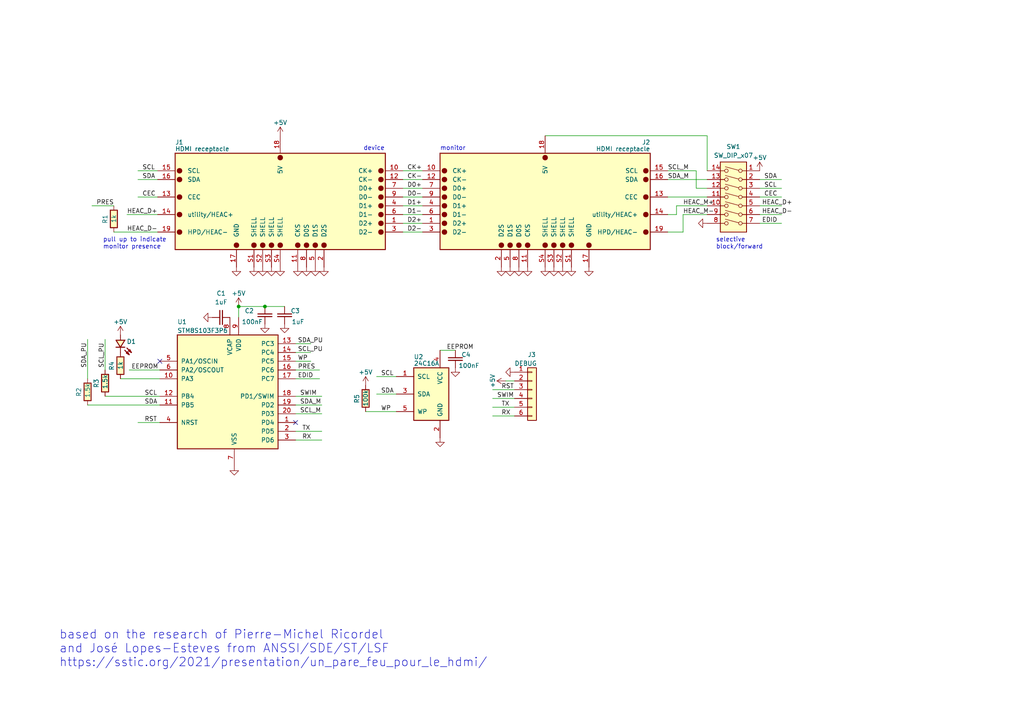
<source format=kicad_sch>
(kicad_sch (version 20211123) (generator eeschema)
  (paper "A4")
  (title_block (title "HDMI firewall") (date "$date$") (rev "$version$.$revision$") (company "CuVoodoo") (comment 1 "King Kévin") (comment 2 "CERN-OHL-S"))
  (lib_symbols
    (symbol "Connector_Generic:Conn_01x06" (pin_names (offset 1.016) hide)
      (property "Reference" "J" (at 0 7.62 0))
      (property "Value" "Conn_01x06" (at 0 -10.16 0))
      (symbol "Conn_01x06_1_1"
        (rectangle (start -1.27 -7.493) (end 0 -7.747) (stroke (width 0.1524)))
        (rectangle (start -1.27 -4.953) (end 0 -5.207) (stroke (width 0.1524)))
        (rectangle (start -1.27 -2.413) (end 0 -2.667) (stroke (width 0.1524)))
        (rectangle (start -1.27 0.127) (end 0 -0.127) (stroke (width 0.1524)))
        (rectangle (start -1.27 2.667) (end 0 2.413) (stroke (width 0.1524)))
        (rectangle (start -1.27 5.207) (end 0 4.953) (stroke (width 0.1524)))
        (rectangle (start -1.27 6.35) (end 1.27 -8.89) (stroke (width 0.254)) (fill (type background)))
        (pin passive line (at -5.08 5.08 0) (length 3.81) (name "Pin_1") (number "1"))
        (pin passive line (at -5.08 2.54 0) (length 3.81) (name "Pin_2") (number "2"))
        (pin passive line (at -5.08 0 0) (length 3.81) (name "Pin_3") (number "3"))
        (pin passive line (at -5.08 -2.54 0) (length 3.81) (name "Pin_4") (number "4"))
        (pin passive line (at -5.08 -5.08 0) (length 3.81) (name "Pin_5") (number "5"))
        (pin passive line (at -5.08 -7.62 0) (length 3.81) (name "Pin_6") (number "6"))
      )
    )
    (symbol "HDMI-001S_1" (pin_names (offset 3.556))
      (property "Reference" "J" (at 0 0.762 0))
      (property "Value" "HDMI-001S_1" (at 43.942 -28.702 0))
      (symbol "HDMI-001S_1_1_1"
        (rectangle (start 0 0) (end 60.96 -27.94) (stroke (width 0.3048)) (fill (type background)))
        (circle (center 1.27 -22.86) (radius 0.635) (stroke (width 0.3048)) (fill (type outline)))
        (circle (center 1.27 -17.78) (radius 0.635) (stroke (width 0.3048)) (fill (type outline)))
        (circle (center 1.27 -12.7) (radius 0.635) (stroke (width 0.3048)) (fill (type outline)))
        (circle (center 1.27 -7.62) (radius 0.635) (stroke (width 0.3048)) (fill (type outline)))
        (circle (center 1.27 -5.08) (radius 0.635) (stroke (width 0.3048)) (fill (type outline)))
        (circle (center 17.78 -26.67) (radius 0.635) (stroke (width 0.3048)) (fill (type outline)))
        (circle (center 22.86 -26.67) (radius 0.635) (stroke (width 0.3048)) (fill (type outline)))
        (circle (center 25.4 -26.67) (radius 0.635) (stroke (width 0.3048)) (fill (type outline)))
        (circle (center 27.94 -26.67) (radius 0.635) (stroke (width 0.3048)) (fill (type outline)))
        (circle (center 30.48 -26.67) (radius 0.635) (stroke (width 0.3048)) (fill (type outline)))
        (circle (center 30.48 -1.27) (radius 0.635) (stroke (width 0.3048)) (fill (type outline)))
        (circle (center 35.56 -26.67) (radius 0.635) (stroke (width 0.3048)) (fill (type outline)))
        (circle (center 38.1 -26.67) (radius 0.635) (stroke (width 0.3048)) (fill (type outline)))
        (circle (center 40.64 -26.67) (radius 0.635) (stroke (width 0.3048)) (fill (type outline)))
        (circle (center 43.18 -26.67) (radius 0.635) (stroke (width 0.3048)) (fill (type outline)))
        (circle (center 59.69 -22.86) (radius 0.635) (stroke (width 0.3048)) (fill (type outline)))
        (circle (center 59.69 -20.32) (radius 0.635) (stroke (width 0.3048)) (fill (type outline)))
        (circle (center 59.69 -17.78) (radius 0.635) (stroke (width 0.3048)) (fill (type outline)))
        (circle (center 59.69 -15.24) (radius 0.635) (stroke (width 0.3048)) (fill (type outline)))
        (circle (center 59.69 -12.7) (radius 0.635) (stroke (width 0.3048)) (fill (type outline)))
        (circle (center 59.69 -10.16) (radius 0.635) (stroke (width 0.3048)) (fill (type outline)))
        (circle (center 59.69 -7.62) (radius 0.635) (stroke (width 0.3048)) (fill (type outline)))
        (circle (center 59.69 -5.08) (radius 0.635) (stroke (width 0.3048)) (fill (type outline)))
        (pin passive line (at 66.04 -20.32 180) (length 5.08) (name "D2+") (number "1"))
        (pin passive line (at 66.04 -5.08 180) (length 5.08) (name "CK+") (number "10"))
        (pin passive line (at 35.56 -33.02 90) (length 5.08) (name "CKS") (number "11"))
        (pin passive line (at 66.04 -7.62 180) (length 5.08) (name "CK-") (number "12"))
        (pin passive line (at -5.08 -12.7 0) (length 5.08) (name "CEC") (number "13"))
        (pin passive line (at -5.08 -17.78 0) (length 5.08) (name "utility/HEAC+") (number "14"))
        (pin passive line (at -5.08 -5.08 0) (length 5.08) (name "SCL") (number "15"))
        (pin passive line (at -5.08 -7.62 0) (length 5.08) (name "SDA") (number "16"))
        (pin power_in line (at 17.78 -33.02 90) (length 5.08) (name "GND") (number "17"))
        (pin power_in line (at 30.48 5.08 270) (length 5.08) (name "5V") (number "18"))
        (pin passive line (at -5.08 -22.86 0) (length 5.08) (name "HPD/HEAC-") (number "19"))
        (pin passive line (at 43.18 -33.02 90) (length 5.08) (name "D2S") (number "2"))
        (pin passive line (at 66.04 -22.86 180) (length 5.08) (name "D2-") (number "3"))
        (pin passive line (at 66.04 -15.24 180) (length 5.08) (name "D1+") (number "4"))
        (pin passive line (at 40.64 -33.02 90) (length 5.08) (name "D1S") (number "5"))
        (pin passive line (at 66.04 -17.78 180) (length 5.08) (name "D1-") (number "6"))
        (pin passive line (at 66.04 -10.16 180) (length 5.08) (name "D0+") (number "7"))
        (pin passive line (at 38.1 -33.02 90) (length 5.08) (name "D0S") (number "8"))
        (pin passive line (at 66.04 -12.7 180) (length 5.08) (name "D0-") (number "9"))
        (pin passive line (at 22.86 -33.02 90) (length 5.08) (name "SHELL") (number "S1"))
        (pin passive line (at 25.4 -33.02 90) (length 5.08) (name "SHELL") (number "S2"))
        (pin passive line (at 27.94 -33.02 90) (length 5.08) (name "SHELL") (number "S3"))
        (pin passive line (at 30.48 -33.02 90) (length 5.08) (name "SHELL") (number "S4"))
      )
    )
    (symbol "Switch:SW_DIP_x07" (pin_names (offset 0) hide)
      (property "Reference" "SW" (at 0 13.97 0))
      (property "Value" "SW_DIP_x07" (at 0 -8.89 0))
      (symbol "SW_DIP_x07_0_0"
        (circle (center -2.032 -5.08) (radius 0.508))
        (circle (center -2.032 -2.54) (radius 0.508))
        (circle (center -2.032 0) (radius 0.508))
        (circle (center -2.032 2.54) (radius 0.508))
        (circle (center -2.032 5.08) (radius 0.508))
        (circle (center -2.032 7.62) (radius 0.508))
        (circle (center -2.032 10.16) (radius 0.508))
        (polyline (pts (xy -1.524 -4.9276) (xy 2.3622 -3.8862)))
        (polyline (pts (xy -1.524 -2.3876) (xy 2.3622 -1.3462)))
        (polyline (pts (xy -1.524 0.127) (xy 2.3622 1.1684)))
        (polyline (pts (xy -1.524 2.667) (xy 2.3622 3.7084)))
        (polyline (pts (xy -1.524 5.207) (xy 2.3622 6.2484)))
        (polyline (pts (xy -1.524 7.747) (xy 2.3622 8.7884)))
        (polyline (pts (xy -1.524 10.287) (xy 2.3622 11.3284)))
        (circle (center 2.032 -5.08) (radius 0.508))
        (circle (center 2.032 -2.54) (radius 0.508))
        (circle (center 2.032 0) (radius 0.508))
        (circle (center 2.032 2.54) (radius 0.508))
        (circle (center 2.032 5.08) (radius 0.508))
        (circle (center 2.032 7.62) (radius 0.508))
        (circle (center 2.032 10.16) (radius 0.508))
      )
      (symbol "SW_DIP_x07_0_1"
        (rectangle (start -3.81 12.7) (end 3.81 -7.62) (stroke (width 0.254)) (fill (type background)))
      )
      (symbol "SW_DIP_x07_1_1"
        (pin passive line (at -7.62 10.16 0) (length 5.08) (name "~") (number "1"))
        (pin passive line (at 7.62 0 180) (length 5.08) (name "~") (number "10"))
        (pin passive line (at 7.62 2.54 180) (length 5.08) (name "~") (number "11"))
        (pin passive line (at 7.62 5.08 180) (length 5.08) (name "~") (number "12"))
        (pin passive line (at 7.62 7.62 180) (length 5.08) (name "~") (number "13"))
        (pin passive line (at 7.62 10.16 180) (length 5.08) (name "~") (number "14"))
        (pin passive line (at -7.62 7.62 0) (length 5.08) (name "~") (number "2"))
        (pin passive line (at -7.62 5.08 0) (length 5.08) (name "~") (number "3"))
        (pin passive line (at -7.62 2.54 0) (length 5.08) (name "~") (number "4"))
        (pin passive line (at -7.62 0 0) (length 5.08) (name "~") (number "5"))
        (pin passive line (at -7.62 -2.54 0) (length 5.08) (name "~") (number "6"))
        (pin passive line (at -7.62 -5.08 0) (length 5.08) (name "~") (number "7"))
        (pin passive line (at 7.62 -5.08 180) (length 5.08) (name "~") (number "8"))
        (pin passive line (at 7.62 -2.54 180) (length 5.08) (name "~") (number "9"))
      )
    )
    (symbol "power:+5V" (power) (pin_names (offset 0))
      (property "Value" "+5V" (at 0 3.556 0))
      (symbol "+5V_0_1"
        (polyline (pts (xy -0.762 1.27) (xy 0 2.54)))
        (polyline (pts (xy 0 0) (xy 0 2.54)))
        (polyline (pts (xy 0 2.54) (xy 0.762 1.27)))
      )
      (symbol "+5V_1_1"
        (pin power_in line (at 0 0 90) (length 0) hide (name "+5V") (number "1"))
      )
    )
    (symbol "power:GND" (power) (pin_names (offset 0))
      (property "Value" "GND" (at 0 -3.81 0))
      (symbol "GND_0_1"
        (polyline (pts (xy 0 0) (xy 0 -1.27) (xy 1.27 -1.27) (xy 0 -2.54) (xy -1.27 -1.27) (xy 0 -1.27)))
      )
      (symbol "GND_1_1"
        (pin power_in line (at 0 0 270) (length 0) hide (name "GND") (number "1"))
      )
    )
    (symbol "qeda:C0603" (pin_numbers hide) (pin_names (offset 1.016) hide)
      (property "Reference" "C" (at 0 2.794 0))
      (property "Value" "C0603" (at 0 -2.794 0))
      (symbol "C0603_1_1"
        (polyline (pts (xy -0.381 2.032) (xy -0.381 -2.032)) (stroke (width 0.3048)))
        (polyline (pts (xy 0.381 2.032) (xy 0.381 -2.032)) (stroke (width 0.3048)))
        (pin passive line (at -2.54 0 0) (length 2.159) (name "L") (number "1"))
        (pin passive line (at 2.54 0 180) (length 2.159) (name "R") (number "2"))
      )
    )
    (symbol "qeda:FT24C16A-EL" (pin_names (offset 1.016))
      (property "Reference" "U" (at 0 0.762 0))
      (property "Value" "FT24C16A-EL" (at 8.382 -16.002 0))
      (symbol "FT24C16A-EL_1_1"
        (rectangle (start 0 0) (end 10.16 -15.24) (stroke (width 0.3048)) (fill (type background)))
        (pin unspecified line (at -5.08 -2.54 0) (length 5.08) (name "SCL") (number "1"))
        (pin power_in line (at 7.62 -20.32 90) (length 5.08) (name "GND") (number "2"))
        (pin bidirectional line (at -5.08 -7.62 0) (length 5.08) (name "SDA") (number "3"))
        (pin power_in line (at 7.62 5.08 270) (length 5.08) (name "VCC") (number "4"))
        (pin unspecified line (at -5.08 -12.7 0) (length 5.08) (name "WP") (number "5"))
      )
    )
    (symbol "qeda:HDMI-001S" (pin_names (offset 3.556))
      (property "Reference" "J" (at 0 0.762 0))
      (property "Value" "HDMI-001S" (at 43.942 -28.702 0))
      (symbol "HDMI-001S_1_1"
        (rectangle (start 0 0) (end 60.96 -27.94) (stroke (width 0.3048)) (fill (type background)))
        (circle (center 1.27 -22.86) (radius 0.635) (stroke (width 0.3048)) (fill (type outline)))
        (circle (center 1.27 -17.78) (radius 0.635) (stroke (width 0.3048)) (fill (type outline)))
        (circle (center 1.27 -12.7) (radius 0.635) (stroke (width 0.3048)) (fill (type outline)))
        (circle (center 1.27 -7.62) (radius 0.635) (stroke (width 0.3048)) (fill (type outline)))
        (circle (center 1.27 -5.08) (radius 0.635) (stroke (width 0.3048)) (fill (type outline)))
        (circle (center 17.78 -26.67) (radius 0.635) (stroke (width 0.3048)) (fill (type outline)))
        (circle (center 22.86 -26.67) (radius 0.635) (stroke (width 0.3048)) (fill (type outline)))
        (circle (center 25.4 -26.67) (radius 0.635) (stroke (width 0.3048)) (fill (type outline)))
        (circle (center 27.94 -26.67) (radius 0.635) (stroke (width 0.3048)) (fill (type outline)))
        (circle (center 30.48 -26.67) (radius 0.635) (stroke (width 0.3048)) (fill (type outline)))
        (circle (center 30.48 -1.27) (radius 0.635) (stroke (width 0.3048)) (fill (type outline)))
        (circle (center 35.56 -26.67) (radius 0.635) (stroke (width 0.3048)) (fill (type outline)))
        (circle (center 38.1 -26.67) (radius 0.635) (stroke (width 0.3048)) (fill (type outline)))
        (circle (center 40.64 -26.67) (radius 0.635) (stroke (width 0.3048)) (fill (type outline)))
        (circle (center 43.18 -26.67) (radius 0.635) (stroke (width 0.3048)) (fill (type outline)))
        (circle (center 59.69 -22.86) (radius 0.635) (stroke (width 0.3048)) (fill (type outline)))
        (circle (center 59.69 -20.32) (radius 0.635) (stroke (width 0.3048)) (fill (type outline)))
        (circle (center 59.69 -17.78) (radius 0.635) (stroke (width 0.3048)) (fill (type outline)))
        (circle (center 59.69 -15.24) (radius 0.635) (stroke (width 0.3048)) (fill (type outline)))
        (circle (center 59.69 -12.7) (radius 0.635) (stroke (width 0.3048)) (fill (type outline)))
        (circle (center 59.69 -10.16) (radius 0.635) (stroke (width 0.3048)) (fill (type outline)))
        (circle (center 59.69 -7.62) (radius 0.635) (stroke (width 0.3048)) (fill (type outline)))
        (circle (center 59.69 -5.08) (radius 0.635) (stroke (width 0.3048)) (fill (type outline)))
        (pin passive line (at 66.04 -20.32 180) (length 5.08) (name "D2+") (number "1"))
        (pin passive line (at 66.04 -5.08 180) (length 5.08) (name "CK+") (number "10"))
        (pin passive line (at 35.56 -33.02 90) (length 5.08) (name "CKS") (number "11"))
        (pin passive line (at 66.04 -7.62 180) (length 5.08) (name "CK-") (number "12"))
        (pin passive line (at -5.08 -12.7 0) (length 5.08) (name "CEC") (number "13"))
        (pin passive line (at -5.08 -17.78 0) (length 5.08) (name "utility/HEAC+") (number "14"))
        (pin passive line (at -5.08 -5.08 0) (length 5.08) (name "SCL") (number "15"))
        (pin passive line (at -5.08 -7.62 0) (length 5.08) (name "SDA") (number "16"))
        (pin power_in line (at 17.78 -33.02 90) (length 5.08) (name "GND") (number "17"))
        (pin power_in line (at 30.48 5.08 270) (length 5.08) (name "5V") (number "18"))
        (pin passive line (at -5.08 -22.86 0) (length 5.08) (name "HPD/HEAC-") (number "19"))
        (pin passive line (at 43.18 -33.02 90) (length 5.08) (name "D2S") (number "2"))
        (pin passive line (at 66.04 -22.86 180) (length 5.08) (name "D2-") (number "3"))
        (pin passive line (at 66.04 -15.24 180) (length 5.08) (name "D1+") (number "4"))
        (pin passive line (at 40.64 -33.02 90) (length 5.08) (name "D1S") (number "5"))
        (pin passive line (at 66.04 -17.78 180) (length 5.08) (name "D1-") (number "6"))
        (pin passive line (at 66.04 -10.16 180) (length 5.08) (name "D0+") (number "7"))
        (pin passive line (at 38.1 -33.02 90) (length 5.08) (name "D0S") (number "8"))
        (pin passive line (at 66.04 -12.7 180) (length 5.08) (name "D0-") (number "9"))
        (pin passive line (at 22.86 -33.02 90) (length 5.08) (name "SHELL") (number "S1"))
        (pin passive line (at 25.4 -33.02 90) (length 5.08) (name "SHELL") (number "S2"))
        (pin passive line (at 27.94 -33.02 90) (length 5.08) (name "SHELL") (number "S3"))
        (pin passive line (at 30.48 -33.02 90) (length 5.08) (name "SHELL") (number "S4"))
      )
    )
    (symbol "qeda:LED0805" (pin_numbers hide) (pin_names (offset 1.016) hide)
      (property "Reference" "D" (at 0 2.032 0))
      (property "Value" "LED0805" (at 0 -2.032 0))
      (symbol "LED0805_1_1"
        (polyline (pts (xy 1.016 1.27) (xy 1.016 -1.27)) (stroke (width 0.3048)))
        (polyline (pts (xy 1.27 1.905) (xy 2.54 3.175)) (stroke (width 0.3048)))
        (polyline (pts (xy 1.905 1.27) (xy 3.175 2.54)) (stroke (width 0.3048)))
        (polyline (pts (xy -1.016 1.27) (xy 1.016 0) (xy -1.016 -1.27) (xy -1.016 1.27)) (stroke (width 0.3048)) (fill (type background)))
        (polyline (pts (xy 1.7272 2.7178) (xy 2.54 3.175) (xy 2.0828 2.3622) (xy 1.7272 2.7178)) (stroke (width 0.3048)) (fill (type outline)))
        (polyline (pts (xy 2.3622 2.0828) (xy 3.175 2.54) (xy 2.7178 1.7272) (xy 2.3622 2.0828)) (stroke (width 0.3048)) (fill (type outline)))
        (pin passive line (at 2.54 0 180) (length 1.524) (name "C") (number "1"))
        (pin passive line (at -2.54 0 0) (length 1.524) (name "A") (number "2"))
      )
    )
    (symbol "qeda:R0603" (pin_numbers hide) (pin_names (offset 1.016) hide)
      (property "Reference" "R" (at 0 1.778 0))
      (property "Value" "R0603" (at 0 -1.778 0))
      (symbol "R0603_1_1"
        (rectangle (start -2.54 1.016) (end 2.54 -1.016) (stroke (width 0.3048)) (fill (type background)))
        (pin passive line (at -3.81 0 0) (length 1.27) (name "L") (number "1"))
        (pin passive line (at 3.81 0 180) (length 1.27) (name "R") (number "2"))
      )
    )
    (symbol "qeda:STM8S003F3" (pin_names (offset 1.016))
      (property "Reference" "U" (at 0 0.762 0))
      (property "Value" "STM8S003F3" (at 17.272 -33.782 0))
      (symbol "STM8S003F3_1_1"
        (rectangle (start 0 0) (end 29.21 -33.02) (stroke (width 0.3048)) (fill (type background)))
        (pin bidirectional line (at 34.29 -25.4 180) (length 5.08) (name "PD4") (number "1"))
        (pin bidirectional line (at -5.08 -12.7 0) (length 5.08) (name "PA3") (number "10"))
        (pin bidirectional line (at -5.08 -20.32 0) (length 5.08) (name "PB5") (number "11"))
        (pin bidirectional line (at -5.08 -17.78 0) (length 5.08) (name "PB4") (number "12"))
        (pin bidirectional line (at 34.29 -2.54 180) (length 5.08) (name "PC3") (number "13"))
        (pin bidirectional line (at 34.29 -5.08 180) (length 5.08) (name "PC4") (number "14"))
        (pin bidirectional line (at 34.29 -7.62 180) (length 5.08) (name "PC5") (number "15"))
        (pin bidirectional line (at 34.29 -10.16 180) (length 5.08) (name "PC6") (number "16"))
        (pin bidirectional line (at 34.29 -12.7 180) (length 5.08) (name "PC7") (number "17"))
        (pin bidirectional line (at 34.29 -17.78 180) (length 5.08) (name "PD1/SWIM") (number "18"))
        (pin bidirectional line (at 34.29 -20.32 180) (length 5.08) (name "PD2") (number "19"))
        (pin bidirectional line (at 34.29 -27.94 180) (length 5.08) (name "PD5") (number "2"))
        (pin bidirectional line (at 34.29 -22.86 180) (length 5.08) (name "PD3") (number "20"))
        (pin bidirectional line (at 34.29 -30.48 180) (length 5.08) (name "PD6") (number "3"))
        (pin input line (at -5.08 -25.4 0) (length 5.08) (name "NRST") (number "4"))
        (pin bidirectional line (at -5.08 -7.62 0) (length 5.08) (name "PA1/OSCIN") (number "5"))
        (pin bidirectional line (at -5.08 -10.16 0) (length 5.08) (name "PA2/OSCOUT") (number "6"))
        (pin power_in line (at 16.51 -38.1 90) (length 5.08) (name "VSS") (number "7"))
        (pin power_in line (at 15.24 5.08 270) (length 5.08) (name "VCAP") (number "8"))
        (pin power_in line (at 17.78 5.08 270) (length 5.08) (name "VDD") (number "9"))
      )
    )
  )
  (junction (at 69.215 88.9))
  (junction (at 76.835 88.9))
  (no_connect (at 46.355 104.775))
  (no_connect (at 85.725 122.555))
  (wire (pts (xy 85.725 114.935) (xy 93.345 114.935)))
  (wire (pts (xy 116.84 52.07) (xy 122.555 52.07)))
  (wire (pts (xy 40.005 57.15) (xy 45.72 57.15)))
  (wire (pts (xy 116.84 67.31) (xy 122.555 67.31)))
  (wire (pts (xy 40.005 52.07) (xy 45.72 52.07)))
  (wire (pts (xy 193.675 52.07) (xy 205.105 52.07)))
  (wire (pts (xy 198.12 67.31) (xy 198.12 62.23)))
  (wire (pts (xy 85.725 127.635) (xy 93.345 127.635)))
  (wire (pts (xy 85.725 107.315) (xy 92.71 107.315)))
  (wire (pts (xy 198.12 62.23) (xy 205.105 62.23)))
  (wire (pts (xy 30.48 98.425) (xy 30.48 107.315)))
  (wire (pts (xy 220.345 64.77) (xy 226.695 64.77)))
  (wire (pts (xy 30.48 114.935) (xy 46.355 114.935)))
  (wire (pts (xy 205.105 39.37) (xy 205.105 49.53)))
  (wire (pts (xy 220.345 52.07) (xy 226.695 52.07)))
  (wire (pts (xy 220.345 62.23) (xy 226.695 62.23)))
  (wire (pts (xy 85.725 109.855) (xy 92.71 109.855)))
  (wire (pts (xy 25.4 98.425) (xy 25.4 109.855)))
  (wire (pts (xy 146.685 110.49) (xy 149.225 110.49)))
  (wire (pts (xy 116.84 64.77) (xy 122.555 64.77)))
  (wire (pts (xy 85.725 99.695) (xy 90.17 99.695)))
  (wire (pts (xy 106.045 119.38) (xy 114.935 119.38)))
  (wire (pts (xy 196.215 59.69) (xy 205.105 59.69)))
  (wire (pts (xy 76.835 88.9) (xy 82.55 88.9)))
  (wire (pts (xy 142.875 120.65) (xy 149.225 120.65)))
  (wire (pts (xy 109.22 109.22) (xy 114.935 109.22)))
  (wire (pts (xy 142.875 115.57) (xy 149.225 115.57)))
  (wire (pts (xy 85.725 104.775) (xy 90.17 104.775)))
  (wire (pts (xy 40.005 122.555) (xy 46.355 122.555)))
  (wire (pts (xy 116.84 62.23) (xy 122.555 62.23)))
  (wire (pts (xy 109.22 114.3) (xy 114.935 114.3)))
  (wire (pts (xy 25.4 117.475) (xy 46.355 117.475)))
  (wire (pts (xy 85.725 120.015) (xy 93.345 120.015)))
  (wire (pts (xy 34.925 109.855) (xy 46.355 109.855)))
  (wire (pts (xy 69.215 88.9) (xy 76.835 88.9)))
  (wire (pts (xy 142.875 118.11) (xy 149.225 118.11)))
  (wire (pts (xy 127.635 101.6) (xy 132.08 101.6)))
  (wire (pts (xy 116.84 49.53) (xy 122.555 49.53)))
  (wire (pts (xy 40.005 49.53) (xy 45.72 49.53)))
  (wire (pts (xy 193.675 49.53) (xy 201.93 49.53)))
  (wire (pts (xy 220.345 57.15) (xy 226.695 57.15)))
  (wire (pts (xy 116.84 54.61) (xy 122.555 54.61)))
  (wire (pts (xy 158.115 39.37) (xy 205.105 39.37)))
  (wire (pts (xy 26.67 59.69) (xy 33.02 59.69)))
  (wire (pts (xy 193.675 67.31) (xy 198.12 67.31)))
  (wire (pts (xy 193.675 57.15) (xy 205.105 57.15)))
  (wire (pts (xy 116.84 57.15) (xy 122.555 57.15)))
  (wire (pts (xy 201.93 54.61) (xy 205.105 54.61)))
  (wire (pts (xy 37.465 107.315) (xy 46.355 107.315)))
  (wire (pts (xy 36.83 62.23) (xy 45.72 62.23)))
  (wire (pts (xy 85.725 117.475) (xy 93.345 117.475)))
  (wire (pts (xy 69.215 92.075) (xy 69.215 88.9)))
  (wire (pts (xy 116.84 59.69) (xy 122.555 59.69)))
  (wire (pts (xy 142.875 113.03) (xy 149.225 113.03)))
  (wire (pts (xy 85.725 125.095) (xy 93.345 125.095)))
  (wire (pts (xy 33.02 67.31) (xy 45.72 67.31)))
  (wire (pts (xy 196.215 62.23) (xy 193.675 62.23)))
  (wire (pts (xy 220.345 59.69) (xy 226.695 59.69)))
  (wire (pts (xy 220.345 54.61) (xy 226.695 54.61)))
  (wire (pts (xy 85.725 102.235) (xy 90.17 102.235)))
  (wire (pts (xy 201.93 49.53) (xy 201.93 54.61)))
  (wire (pts (xy 196.215 59.69) (xy 196.215 62.23)))
  (text "pull up to indicate\nmonitor presence" (at 29.845 72.39 0) (effects (font (size 1.27 1.27)) (justify left bottom)))
  (text "monitor" (at 127.635 43.815 0) (effects (font (size 1.27 1.27)) (justify left bottom)))
  (text "selective\nblock/forward" (at 207.645 72.39 0) (effects (font (size 1.27 1.27)) (justify left bottom)))
  (text "device" (at 105.41 43.815 0) (effects (font (size 1.27 1.27)) (justify left bottom)))
  (text "based on the research of Pierre-Michel Ricordel\nand José Lopes-Esteves from ANSSI/SDE/ST/LSF\nhttps://sstic.org/2021/presentation/un_pare_feu_pour_le_hdmi/" (at 17.145 193.675 0) (effects (font (size 2.5 2.5)) (justify left bottom)))
  (label "SCL_M" (at 86.995 120.015 0))
  (label "CK-" (at 118.11 52.07 0))
  (label "SCL" (at 41.275 49.53 0))
  (label "SCL_PU" (at 86.36 102.235 0))
  (label "RX" (at 145.415 120.65 0))
  (label "D2+" (at 118.11 64.77 0))
  (label "SWIM" (at 86.995 114.935 0))
  (label "CEC" (at 221.615 57.15 0))
  (label "SCL_M" (at 193.675 49.53 0))
  (label "HEAC_D-" (at 36.83 67.31 0))
  (label "SDA" (at 41.91 117.475 0))
  (label "SDA" (at 221.615 52.07 0))
  (label "SWIM" (at 144.145 115.57 0))
  (label "CEC" (at 41.275 57.15 0))
  (label "PRES" (at 27.94 59.69 0))
  (label "RX" (at 87.63 127.635 0))
  (label "WP" (at 86.36 104.775 0))
  (label "HEAC_D+" (at 36.83 62.23 0))
  (label "EEPROM" (at 129.54 101.6 0))
  (label "SDA_PU" (at 86.36 99.695 0))
  (label "SDA" (at 110.49 114.3 0))
  (label "PRES" (at 86.36 107.315 0))
  (label "RST" (at 41.91 122.555 0))
  (label "RST" (at 145.415 113.03 0))
  (label "SCL" (at 110.49 109.22 0))
  (label "EEPROM" (at 38.1 107.315 0))
  (label "D1-" (at 118.11 62.23 0))
  (label "HEAC_M+" (at 198.12 59.69 0))
  (label "D2-" (at 118.11 67.31 0))
  (label "SDA_M" (at 193.675 52.07 0))
  (label "D1+" (at 118.11 59.69 0))
  (label "SDA" (at 41.275 52.07 0))
  (label "SDA_M" (at 86.995 117.475 0))
  (label "CK+" (at 118.11 49.53 0))
  (label "D0-" (at 118.11 57.15 0))
  (label "SDA_PU" (at 25.4 106.68 90))
  (label "EDID" (at 86.36 109.855 0))
  (label "TX" (at 145.415 118.11 0))
  (label "SCL_PU" (at 30.48 106.68 90))
  (label "SCL" (at 41.91 114.935 0))
  (label "D0+" (at 118.11 54.61 0))
  (label "TX" (at 87.63 125.095 0))
  (label "HEAC_D+" (at 220.98 59.69 0))
  (label "HEAC_M-" (at 198.12 62.23 0))
  (label "HEAC_D-" (at 220.98 62.23 0))
  (label "EDID" (at 220.98 64.77 0))
  (label "WP" (at 110.49 119.38 0))
  (label "SCL" (at 221.615 54.61 0))
  (symbol (lib_id "power:GND") (at 67.945 135.255 0) (unit 1)
    (property "Reference" "#PWR0121" (effects hide))
    (property "Value" "GND" (effects hide))
  )
  (symbol (lib_id "power:GND") (at 150.495 77.47 0) (unit 1)
    (property "Reference" "#PWR0112" (effects hide))
    (property "Value" "GND" (effects hide))
  )
  (symbol (lib_id "power:GND") (at 76.835 93.98 0) (unit 1)
    (property "Reference" "#PWR0120" (effects hide))
    (property "Value" "GND" (effects hide))
  )
  (symbol (lib_id "power:GND") (at 149.225 107.95 270) (unit 1)
    (property "Reference" "#PWR0109" (effects hide))
    (property "Value" "GND" (effects hide))
  )
  (symbol (lib_id "power:+5V") (at 106.045 111.76 0) (unit 1)
    (property "Reference" "#PWR0117" (effects hide))
    (property "Value" "+5V" (at 106.045 107.95 0))
  )
  (symbol (lib_id "qeda:R0603") (at 30.48 111.125 90) (unit 1)
    (property "Reference" "R3" (at 27.94 109.855 0) (effects (justify right)))
    (property "Value" "1.5k" (at 30.48 108.585 0) (effects (justify right)))
    (property "Footprint" "qeda:UC1608X55N" (effects hide))
    (property "LCSC" "C22843" (effects hide))
  )
  (symbol (lib_id "qeda:C0603") (at 82.55 91.44 270) (mirror x) (unit 1)
    (property "Reference" "C3" (at 86.995 90.17 90) (effects (justify right)))
    (property "Value" "1uF" (at 88.265 93.345 90) (effects (justify right)))
    (property "Footprint" "qeda:CAPC1608X92N" (effects hide))
    (property "LCSC" "C15849" (effects hide))
  )
  (symbol (lib_id "power:+5V") (at 146.685 110.49 90) (unit 1)
    (property "Reference" "#PWR0108" (effects hide))
    (property "Value" "+5V" (at 142.875 110.49 0))
  )
  (symbol (lib_id "qeda:LED0805") (at 34.925 99.695 270) (unit 1)
    (property "Reference" "D1" (at 38.1 99.06 90))
    (property "Value" "LED0805" (effects hide))
    (property "Footprint" "qeda:LEDC2012X80N" (effects hide))
    (property "LCSC" "C84256" (effects hide))
  )
  (symbol (lib_id "power:GND") (at 163.195 77.47 0) (unit 1)
    (property "Reference" "#PWR0114" (effects hide))
    (property "Value" "GND" (effects hide))
  )
  (symbol (lib_id "power:GND") (at 93.98 77.47 0) (unit 1)
    (property "Reference" "#PWR0116" (effects hide))
    (property "Value" "GND" (effects hide))
  )
  (symbol (lib_name "HDMI-001S_1") (lib_id "qeda:HDMI-001S") (at 50.8 44.45 0) (unit 1)
    (property "Reference" "J1" (at 50.8 41.275 0) (effects (justify left)))
    (property "Value" "HDMI receptacle" (at 50.8 43.18 0) (effects (justify left)))
    (property "Footprint" "qeda:CONNECTOR_HDMI-001S" (effects hide))
    (property "Datasheet" "https://datasheet.lcsc.com/lcsc/2008152133_XUNPU-HDMI-001S_C720616.pdf" (effects hide))
    (property "LCSC" "C720616" (effects hide))
  )
  (symbol (lib_id "power:GND") (at 165.735 77.47 0) (unit 1)
    (property "Reference" "#PWR0115" (effects hide))
    (property "Value" "GND" (effects hide))
  )
  (symbol (lib_id "qeda:C0603") (at 64.135 92.075 0) (unit 1)
    (property "Reference" "C1" (at 64.135 85.09 0))
    (property "Value" "1uF" (at 64.135 87.63 0))
    (property "Footprint" "qeda:CAPC1608X92N" (effects hide))
    (property "LCSC" "C15849" (effects hide))
  )
  (symbol (lib_id "power:GND") (at 127.635 127 0) (unit 1)
    (property "Reference" "#PWR0118" (effects hide))
    (property "Value" "GND" (effects hide))
  )
  (symbol (lib_id "power:GND") (at 61.595 92.075 270) (unit 1)
    (property "Reference" "#PWR0130" (effects hide))
    (property "Value" "GND" (effects hide))
  )
  (symbol (lib_id "power:GND") (at 88.9 77.47 0) (unit 1)
    (property "Reference" "#PWR0128" (effects hide))
    (property "Value" "GND" (effects hide))
  )
  (symbol (lib_id "power:GND") (at 76.2 77.47 0) (unit 1)
    (property "Reference" "#PWR0123" (effects hide))
    (property "Value" "GND" (effects hide))
  )
  (symbol (lib_id "power:GND") (at 170.815 77.47 0) (unit 1)
    (property "Reference" "#PWR0102" (effects hide))
    (property "Value" "GND" (effects hide))
  )
  (symbol (lib_id "power:GND") (at 68.58 77.47 0) (unit 1)
    (property "Reference" "#PWR0125" (effects hide))
    (property "Value" "GND" (effects hide))
  )
  (symbol (lib_id "power:GND") (at 158.115 77.47 0) (unit 1)
    (property "Reference" "#PWR0104" (effects hide))
    (property "Value" "GND" (effects hide))
  )
  (symbol (lib_id "power:GND") (at 160.655 77.47 0) (unit 1)
    (property "Reference" "#PWR0103" (effects hide))
    (property "Value" "GND" (effects hide))
  )
  (symbol (lib_id "qeda:HDMI-001S") (at 188.595 44.45 0) (mirror y) (unit 1)
    (property "Reference" "J2" (at 188.595 41.275 0) (effects (justify left)))
    (property "Value" "HDMI receptacle" (at 188.595 43.18 0) (effects (justify left)))
    (property "Footprint" "qeda:CONNECTOR_HDMI-001S" (effects hide))
    (property "Datasheet" "https://datasheet.lcsc.com/lcsc/2008152133_XUNPU-HDMI-001S_C720616.pdf" (effects hide))
    (property "LCSC" "C720616" (effects hide))
  )
  (symbol (lib_id "qeda:FT24C16A-EL") (at 120.015 106.68 0) (unit 1)
    (property "Reference" "U2" (at 120.015 103.505 0) (effects (justify left)))
    (property "Value" "24C16A" (at 120.015 105.41 0) (effects (justify left)))
    (property "Footprint" "qeda:SOT95P280X125-5N" (effects hide))
    (property "Datasheet" "http://fremontmicro.com/downfile.aspx?filepath=/upload/2019/0715/1102v2x666.pdf&filename=ft24c16a-exx-rev1.4.pdf" (effects hide))
    (property "LCSC" "C191945" (effects hide))
  )
  (symbol (lib_id "qeda:STM8S003F3") (at 51.435 97.155 0) (unit 1)
    (property "Reference" "U1" (at 51.435 93.345 0) (effects (justify left)))
    (property "Value" "STM8S103F3P6" (at 51.435 95.885 0) (effects (justify left)))
    (property "Footprint" "qeda:SOP65P640X120-20N" (effects hide))
    (property "Datasheet" "https://www.st.com/resource/en/datasheet/stm8s003f3.pdf" (effects hide))
    (property "LCSC" "C52717" (effects hide))
  )
  (symbol (lib_id "qeda:R0603") (at 33.02 63.5 90) (unit 1)
    (property "Reference" "R1" (at 30.48 62.23 0) (effects (justify right)))
    (property "Value" "1k" (at 33.02 62.23 0) (effects (justify right)))
    (property "Footprint" "qeda:UC1608X55N" (effects hide))
    (property "LCSC" "C21190" (effects hide))
  )
  (symbol (lib_id "power:GND") (at 153.035 77.47 0) (unit 1)
    (property "Reference" "#PWR0111" (effects hide))
    (property "Value" "GND" (effects hide))
  )
  (symbol (lib_id "power:GND") (at 147.955 77.47 0) (unit 1)
    (property "Reference" "#PWR0113" (effects hide))
    (property "Value" "GND" (effects hide))
  )
  (symbol (lib_id "power:GND") (at 91.44 77.47 0) (unit 1)
    (property "Reference" "#PWR0127" (effects hide))
    (property "Value" "GND" (effects hide))
  )
  (symbol (lib_id "qeda:R0603") (at 106.045 115.57 90) (unit 1)
    (property "Reference" "R5" (at 103.505 114.3 0) (effects (justify right)))
    (property "Value" "100k" (at 106.045 113.03 0) (effects (justify right)))
    (property "Footprint" "qeda:UC1608X55N" (effects hide))
    (property "LCSC" "C25803" (effects hide))
  )
  (symbol (lib_id "power:+5V") (at 81.28 39.37 0) (unit 1)
    (property "Reference" "#PWR0106" (effects hide))
    (property "Value" "+5V" (at 81.28 35.56 0))
  )
  (symbol (lib_id "power:+5V") (at 69.215 88.9 0) (unit 1)
    (property "Reference" "#PWR0131" (effects hide))
    (property "Value" "+5V" (at 69.215 85.09 0))
  )
  (symbol (lib_id "power:GND") (at 73.66 77.47 0) (unit 1)
    (property "Reference" "#PWR0124" (effects hide))
    (property "Value" "GND" (effects hide))
  )
  (symbol (lib_id "Switch:SW_DIP_x07") (at 212.725 59.69 0) (mirror y) (unit 1)
    (property "Reference" "SW1" (at 212.725 42.545 0))
    (property "Value" "SW_DIP_x07" (at 212.725 45.085 0))
    (property "Footprint" "qeda:SOP254P976X355-14N" (effects hide))
    (property "LCSC" "C319033" (effects hide))
  )
  (symbol (lib_id "qeda:C0603") (at 132.08 104.14 270) (mirror x) (unit 1)
    (property "Reference" "C4" (at 136.525 102.87 90) (effects (justify right)))
    (property "Value" "100nF" (at 139.065 106.045 90) (effects (justify right)))
    (property "Footprint" "qeda:CAPC1608X92N" (effects hide))
    (property "LCSC" "C14663" (effects hide))
  )
  (symbol (lib_id "qeda:C0603") (at 76.835 91.44 90) (unit 1)
    (property "Reference" "C2" (at 73.66 90.1699 90) (effects (justify left)))
    (property "Value" "100nF" (at 76.2 93.345 90) (effects (justify left)))
    (property "Footprint" "qeda:CAPC1608X92N" (effects hide))
    (property "LCSC" "C14663" (effects hide))
  )
  (symbol (lib_id "Connector_Generic:Conn_01x06") (at 154.305 113.03 0) (unit 1) (in_bom no)
    (property "Reference" "J3" (at 153.035 102.87 0) (effects (justify left)))
    (property "Value" "DEBUG" (at 149.225 105.41 0) (effects (justify left)))
    (property "Footprint" "Connector_PinSocket_2.54mm:PinSocket_1x06_P2.54mm_Vertical" (effects hide))
    (property "LCSC" "DNP" (effects hide))
  )
  (symbol (lib_id "power:GND") (at 82.55 93.98 0) (unit 1)
    (property "Reference" "#PWR0119" (effects hide))
    (property "Value" "GND" (effects hide))
  )
  (symbol (lib_id "qeda:R0603") (at 34.925 106.045 90) (unit 1)
    (property "Reference" "R4" (at 32.385 104.775 0) (effects (justify right)))
    (property "Value" "1k" (at 34.925 104.775 0) (effects (justify right)))
    (property "Footprint" "qeda:UC1608X55N" (effects hide))
    (property "LCSC" "C21190" (effects hide))
  )
  (symbol (lib_id "power:GND") (at 132.08 106.68 0) (unit 1)
    (property "Reference" "#PWR0107" (effects hide))
    (property "Value" "GND" (effects hide))
  )
  (symbol (lib_id "power:+5V") (at 34.925 97.155 0) (unit 1)
    (property "Reference" "#PWR0132" (effects hide))
    (property "Value" "+5V" (at 34.925 93.345 0))
  )
  (symbol (lib_id "power:GND") (at 78.74 77.47 0) (unit 1)
    (property "Reference" "#PWR0122" (effects hide))
    (property "Value" "GND" (effects hide))
  )
  (symbol (lib_id "power:GND") (at 86.36 77.47 0) (unit 1)
    (property "Reference" "#PWR0129" (effects hide))
    (property "Value" "GND" (effects hide))
  )
  (symbol (lib_id "power:GND") (at 81.28 77.47 0) (unit 1)
    (property "Reference" "#PWR0126" (effects hide))
    (property "Value" "GND" (effects hide))
  )
  (symbol (lib_id "power:GND") (at 145.415 77.47 0) (unit 1)
    (property "Reference" "#PWR0110" (effects hide))
    (property "Value" "GND" (effects hide))
  )
  (symbol (lib_id "power:GND") (at 205.105 64.77 270) (unit 1)
    (property "Reference" "#PWR0101" (effects hide))
    (property "Value" "GND" (effects hide))
  )
  (symbol (lib_id "qeda:R0603") (at 25.4 113.665 90) (unit 1)
    (property "Reference" "R2" (at 22.86 112.395 0) (effects (justify right)))
    (property "Value" "1.5k" (at 25.4 111.125 0) (effects (justify right)))
    (property "Footprint" "qeda:UC1608X55N" (effects hide))
    (property "LCSC" "C22843" (effects hide))
  )
  (symbol (lib_id "power:+5V") (at 220.345 49.53 0) (unit 1)
    (property "Reference" "#PWR0105" (effects hide))
    (property "Value" "+5V" (at 220.345 45.72 0))
  )
)
</source>
